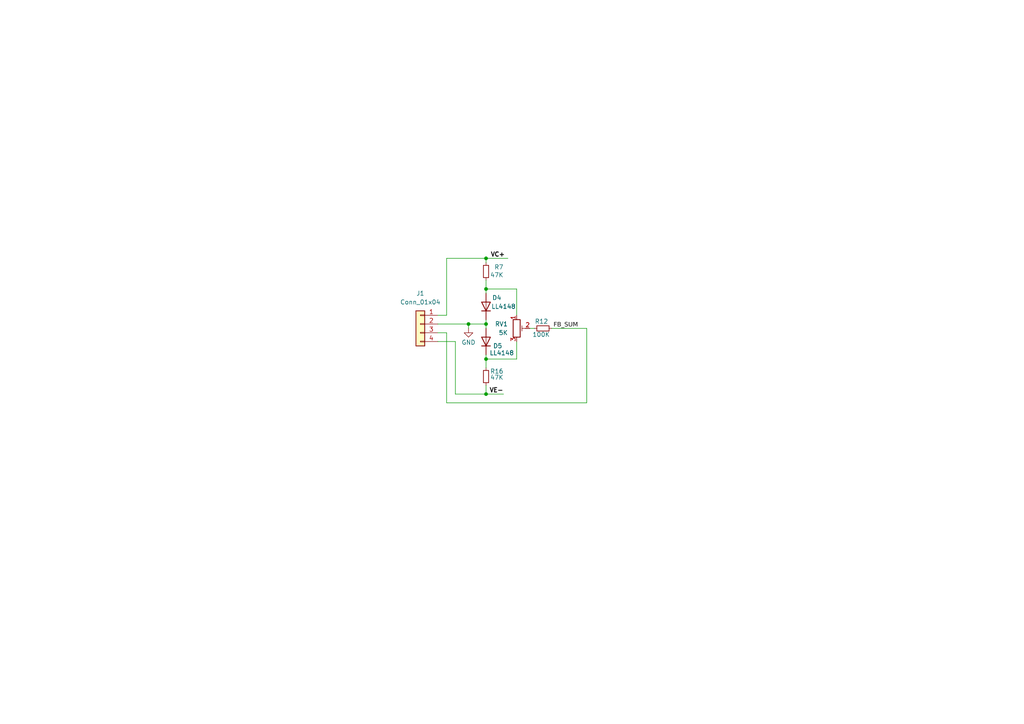
<source format=kicad_sch>
(kicad_sch
	(version 20250114)
	(generator "eeschema")
	(generator_version "9.0")
	(uuid "bf1fc8ef-365d-4d0a-aa82-824083371984")
	(paper "A4")
	(lib_symbols
		(symbol "Connector_Generic:Conn_01x04"
			(pin_names
				(offset 1.016)
				(hide yes)
			)
			(exclude_from_sim no)
			(in_bom yes)
			(on_board yes)
			(property "Reference" "J"
				(at 0 5.08 0)
				(effects
					(font
						(size 1.27 1.27)
					)
				)
			)
			(property "Value" "Conn_01x04"
				(at 0 -7.62 0)
				(effects
					(font
						(size 1.27 1.27)
					)
				)
			)
			(property "Footprint" ""
				(at 0 0 0)
				(effects
					(font
						(size 1.27 1.27)
					)
					(hide yes)
				)
			)
			(property "Datasheet" "~"
				(at 0 0 0)
				(effects
					(font
						(size 1.27 1.27)
					)
					(hide yes)
				)
			)
			(property "Description" "Generic connector, single row, 01x04, script generated (kicad-library-utils/schlib/autogen/connector/)"
				(at 0 0 0)
				(effects
					(font
						(size 1.27 1.27)
					)
					(hide yes)
				)
			)
			(property "ki_keywords" "connector"
				(at 0 0 0)
				(effects
					(font
						(size 1.27 1.27)
					)
					(hide yes)
				)
			)
			(property "ki_fp_filters" "Connector*:*_1x??_*"
				(at 0 0 0)
				(effects
					(font
						(size 1.27 1.27)
					)
					(hide yes)
				)
			)
			(symbol "Conn_01x04_1_1"
				(rectangle
					(start -1.27 3.81)
					(end 1.27 -6.35)
					(stroke
						(width 0.254)
						(type default)
					)
					(fill
						(type background)
					)
				)
				(rectangle
					(start -1.27 2.667)
					(end 0 2.413)
					(stroke
						(width 0.1524)
						(type default)
					)
					(fill
						(type none)
					)
				)
				(rectangle
					(start -1.27 0.127)
					(end 0 -0.127)
					(stroke
						(width 0.1524)
						(type default)
					)
					(fill
						(type none)
					)
				)
				(rectangle
					(start -1.27 -2.413)
					(end 0 -2.667)
					(stroke
						(width 0.1524)
						(type default)
					)
					(fill
						(type none)
					)
				)
				(rectangle
					(start -1.27 -4.953)
					(end 0 -5.207)
					(stroke
						(width 0.1524)
						(type default)
					)
					(fill
						(type none)
					)
				)
				(pin passive line
					(at -5.08 2.54 0)
					(length 3.81)
					(name "Pin_1"
						(effects
							(font
								(size 1.27 1.27)
							)
						)
					)
					(number "1"
						(effects
							(font
								(size 1.27 1.27)
							)
						)
					)
				)
				(pin passive line
					(at -5.08 0 0)
					(length 3.81)
					(name "Pin_2"
						(effects
							(font
								(size 1.27 1.27)
							)
						)
					)
					(number "2"
						(effects
							(font
								(size 1.27 1.27)
							)
						)
					)
				)
				(pin passive line
					(at -5.08 -2.54 0)
					(length 3.81)
					(name "Pin_3"
						(effects
							(font
								(size 1.27 1.27)
							)
						)
					)
					(number "3"
						(effects
							(font
								(size 1.27 1.27)
							)
						)
					)
				)
				(pin passive line
					(at -5.08 -5.08 0)
					(length 3.81)
					(name "Pin_4"
						(effects
							(font
								(size 1.27 1.27)
							)
						)
					)
					(number "4"
						(effects
							(font
								(size 1.27 1.27)
							)
						)
					)
				)
			)
			(embedded_fonts no)
		)
		(symbol "Device:R_Potentiometer_Trim"
			(pin_names
				(offset 1.016)
				(hide yes)
			)
			(exclude_from_sim no)
			(in_bom yes)
			(on_board yes)
			(property "Reference" "RV"
				(at -4.445 0 90)
				(effects
					(font
						(size 1.27 1.27)
					)
				)
			)
			(property "Value" "R_Potentiometer_Trim"
				(at -2.54 0 90)
				(effects
					(font
						(size 1.27 1.27)
					)
				)
			)
			(property "Footprint" ""
				(at 0 0 0)
				(effects
					(font
						(size 1.27 1.27)
					)
					(hide yes)
				)
			)
			(property "Datasheet" "~"
				(at 0 0 0)
				(effects
					(font
						(size 1.27 1.27)
					)
					(hide yes)
				)
			)
			(property "Description" "Trim-potentiometer"
				(at 0 0 0)
				(effects
					(font
						(size 1.27 1.27)
					)
					(hide yes)
				)
			)
			(property "ki_keywords" "resistor variable trimpot trimmer"
				(at 0 0 0)
				(effects
					(font
						(size 1.27 1.27)
					)
					(hide yes)
				)
			)
			(property "ki_fp_filters" "Potentiometer*"
				(at 0 0 0)
				(effects
					(font
						(size 1.27 1.27)
					)
					(hide yes)
				)
			)
			(symbol "R_Potentiometer_Trim_0_1"
				(rectangle
					(start 1.016 2.54)
					(end -1.016 -2.54)
					(stroke
						(width 0.254)
						(type default)
					)
					(fill
						(type none)
					)
				)
				(polyline
					(pts
						(xy 1.524 0.762) (xy 1.524 -0.762)
					)
					(stroke
						(width 0)
						(type default)
					)
					(fill
						(type none)
					)
				)
				(polyline
					(pts
						(xy 2.54 0) (xy 1.524 0)
					)
					(stroke
						(width 0)
						(type default)
					)
					(fill
						(type none)
					)
				)
			)
			(symbol "R_Potentiometer_Trim_1_1"
				(pin passive line
					(at 0 3.81 270)
					(length 1.27)
					(name "1"
						(effects
							(font
								(size 1.27 1.27)
							)
						)
					)
					(number "1"
						(effects
							(font
								(size 1.27 1.27)
							)
						)
					)
				)
				(pin passive line
					(at 0 -3.81 90)
					(length 1.27)
					(name "3"
						(effects
							(font
								(size 1.27 1.27)
							)
						)
					)
					(number "3"
						(effects
							(font
								(size 1.27 1.27)
							)
						)
					)
				)
				(pin passive line
					(at 3.81 0 180)
					(length 1.27)
					(name "2"
						(effects
							(font
								(size 1.27 1.27)
							)
						)
					)
					(number "2"
						(effects
							(font
								(size 1.27 1.27)
							)
						)
					)
				)
			)
			(embedded_fonts no)
		)
		(symbol "Device:R_Small"
			(pin_numbers
				(hide yes)
			)
			(pin_names
				(offset 0.254)
				(hide yes)
			)
			(exclude_from_sim no)
			(in_bom yes)
			(on_board yes)
			(property "Reference" "R"
				(at 0.762 0.508 0)
				(effects
					(font
						(size 1.27 1.27)
					)
					(justify left)
				)
			)
			(property "Value" "R_Small"
				(at 0.762 -1.016 0)
				(effects
					(font
						(size 1.27 1.27)
					)
					(justify left)
				)
			)
			(property "Footprint" ""
				(at 0 0 0)
				(effects
					(font
						(size 1.27 1.27)
					)
					(hide yes)
				)
			)
			(property "Datasheet" "~"
				(at 0 0 0)
				(effects
					(font
						(size 1.27 1.27)
					)
					(hide yes)
				)
			)
			(property "Description" "Resistor, small symbol"
				(at 0 0 0)
				(effects
					(font
						(size 1.27 1.27)
					)
					(hide yes)
				)
			)
			(property "ki_keywords" "R resistor"
				(at 0 0 0)
				(effects
					(font
						(size 1.27 1.27)
					)
					(hide yes)
				)
			)
			(property "ki_fp_filters" "R_*"
				(at 0 0 0)
				(effects
					(font
						(size 1.27 1.27)
					)
					(hide yes)
				)
			)
			(symbol "R_Small_0_1"
				(rectangle
					(start -0.762 1.778)
					(end 0.762 -1.778)
					(stroke
						(width 0.2032)
						(type default)
					)
					(fill
						(type none)
					)
				)
			)
			(symbol "R_Small_1_1"
				(pin passive line
					(at 0 2.54 270)
					(length 0.762)
					(name "~"
						(effects
							(font
								(size 1.27 1.27)
							)
						)
					)
					(number "1"
						(effects
							(font
								(size 1.27 1.27)
							)
						)
					)
				)
				(pin passive line
					(at 0 -2.54 90)
					(length 0.762)
					(name "~"
						(effects
							(font
								(size 1.27 1.27)
							)
						)
					)
					(number "2"
						(effects
							(font
								(size 1.27 1.27)
							)
						)
					)
				)
			)
			(embedded_fonts no)
		)
		(symbol "Diode:LL4148"
			(pin_numbers
				(hide yes)
			)
			(pin_names
				(hide yes)
			)
			(exclude_from_sim no)
			(in_bom yes)
			(on_board yes)
			(property "Reference" "D"
				(at 0 2.54 0)
				(effects
					(font
						(size 1.27 1.27)
					)
				)
			)
			(property "Value" "LL4148"
				(at 0 -2.54 0)
				(effects
					(font
						(size 1.27 1.27)
					)
				)
			)
			(property "Footprint" "Diode_SMD:D_MiniMELF"
				(at 0 -4.445 0)
				(effects
					(font
						(size 1.27 1.27)
					)
					(hide yes)
				)
			)
			(property "Datasheet" "http://www.vishay.com/docs/85557/ll4148.pdf"
				(at 0 0 0)
				(effects
					(font
						(size 1.27 1.27)
					)
					(hide yes)
				)
			)
			(property "Description" "100V 0.15A standard switching diode, MiniMELF"
				(at 0 0 0)
				(effects
					(font
						(size 1.27 1.27)
					)
					(hide yes)
				)
			)
			(property "Sim.Device" "D"
				(at 0 0 0)
				(effects
					(font
						(size 1.27 1.27)
					)
					(hide yes)
				)
			)
			(property "Sim.Pins" "1=K 2=A"
				(at 0 0 0)
				(effects
					(font
						(size 1.27 1.27)
					)
					(hide yes)
				)
			)
			(property "ki_keywords" "diode"
				(at 0 0 0)
				(effects
					(font
						(size 1.27 1.27)
					)
					(hide yes)
				)
			)
			(property "ki_fp_filters" "D*MiniMELF*"
				(at 0 0 0)
				(effects
					(font
						(size 1.27 1.27)
					)
					(hide yes)
				)
			)
			(symbol "LL4148_0_1"
				(polyline
					(pts
						(xy -1.27 1.27) (xy -1.27 -1.27)
					)
					(stroke
						(width 0.254)
						(type default)
					)
					(fill
						(type none)
					)
				)
				(polyline
					(pts
						(xy 1.27 1.27) (xy 1.27 -1.27) (xy -1.27 0) (xy 1.27 1.27)
					)
					(stroke
						(width 0.254)
						(type default)
					)
					(fill
						(type none)
					)
				)
				(polyline
					(pts
						(xy 1.27 0) (xy -1.27 0)
					)
					(stroke
						(width 0)
						(type default)
					)
					(fill
						(type none)
					)
				)
			)
			(symbol "LL4148_1_1"
				(pin passive line
					(at -3.81 0 0)
					(length 2.54)
					(name "K"
						(effects
							(font
								(size 1.27 1.27)
							)
						)
					)
					(number "1"
						(effects
							(font
								(size 1.27 1.27)
							)
						)
					)
				)
				(pin passive line
					(at 3.81 0 180)
					(length 2.54)
					(name "A"
						(effects
							(font
								(size 1.27 1.27)
							)
						)
					)
					(number "2"
						(effects
							(font
								(size 1.27 1.27)
							)
						)
					)
				)
			)
			(embedded_fonts no)
		)
		(symbol "power:GND"
			(power)
			(pin_names
				(offset 0)
			)
			(exclude_from_sim no)
			(in_bom yes)
			(on_board yes)
			(property "Reference" "#PWR"
				(at 0 -6.35 0)
				(effects
					(font
						(size 1.27 1.27)
					)
					(hide yes)
				)
			)
			(property "Value" "GND"
				(at 0 -3.81 0)
				(effects
					(font
						(size 1.27 1.27)
					)
				)
			)
			(property "Footprint" ""
				(at 0 0 0)
				(effects
					(font
						(size 1.27 1.27)
					)
					(hide yes)
				)
			)
			(property "Datasheet" ""
				(at 0 0 0)
				(effects
					(font
						(size 1.27 1.27)
					)
					(hide yes)
				)
			)
			(property "Description" "Power symbol creates a global label with name \"GND\" , ground"
				(at 0 0 0)
				(effects
					(font
						(size 1.27 1.27)
					)
					(hide yes)
				)
			)
			(property "ki_keywords" "global power"
				(at 0 0 0)
				(effects
					(font
						(size 1.27 1.27)
					)
					(hide yes)
				)
			)
			(symbol "GND_0_1"
				(polyline
					(pts
						(xy 0 0) (xy 0 -1.27) (xy 1.27 -1.27) (xy 0 -2.54) (xy -1.27 -1.27) (xy 0 -1.27)
					)
					(stroke
						(width 0)
						(type default)
					)
					(fill
						(type none)
					)
				)
			)
			(symbol "GND_1_1"
				(pin power_in line
					(at 0 0 270)
					(length 0)
					(hide yes)
					(name "GND"
						(effects
							(font
								(size 1.27 1.27)
							)
						)
					)
					(number "1"
						(effects
							(font
								(size 1.27 1.27)
							)
						)
					)
				)
			)
			(embedded_fonts no)
		)
	)
	(junction
		(at 140.97 83.82)
		(diameter 0)
		(color 0 0 0 0)
		(uuid "85b1595b-5eeb-4a90-87c1-49f208e584b4")
	)
	(junction
		(at 140.97 74.93)
		(diameter 0)
		(color 0 0 0 0)
		(uuid "9a5c532c-13a2-4754-b03b-0f2e20e6ca64")
	)
	(junction
		(at 140.97 114.3)
		(diameter 0)
		(color 0 0 0 0)
		(uuid "a28eaca7-80da-44b1-875a-ac9b05b5cd53")
	)
	(junction
		(at 140.97 104.14)
		(diameter 0)
		(color 0 0 0 0)
		(uuid "a8df6278-4016-4aab-9f92-5f99ce1fc799")
	)
	(junction
		(at 140.97 93.98)
		(diameter 0)
		(color 0 0 0 0)
		(uuid "b8e57cf3-9495-4c62-93fb-bec97d02b55b")
	)
	(junction
		(at 135.89 93.98)
		(diameter 0)
		(color 0 0 0 0)
		(uuid "d5afe91f-1371-4f12-bd0e-ee695b4a4aff")
	)
	(wire
		(pts
			(xy 153.67 95.25) (xy 154.94 95.25)
		)
		(stroke
			(width 0)
			(type default)
		)
		(uuid "00795f9b-4dd2-4b22-9676-c30a8dfef362")
	)
	(wire
		(pts
			(xy 140.97 104.14) (xy 140.97 106.68)
		)
		(stroke
			(width 0)
			(type default)
		)
		(uuid "0d048fe5-9402-4a3c-beff-984886f57e62")
	)
	(wire
		(pts
			(xy 132.08 99.06) (xy 132.08 114.3)
		)
		(stroke
			(width 0)
			(type default)
		)
		(uuid "0d4adea2-a619-49f8-b34b-530b45987b26")
	)
	(wire
		(pts
			(xy 132.08 114.3) (xy 140.97 114.3)
		)
		(stroke
			(width 0)
			(type default)
		)
		(uuid "0e425e21-b5fa-42ac-9e70-21feff7258ea")
	)
	(wire
		(pts
			(xy 135.89 93.98) (xy 140.97 93.98)
		)
		(stroke
			(width 0)
			(type default)
		)
		(uuid "0f01a353-3a04-4621-b2df-8d39cab71542")
	)
	(wire
		(pts
			(xy 140.97 83.82) (xy 140.97 85.09)
		)
		(stroke
			(width 0)
			(type default)
		)
		(uuid "1f298196-f27c-41a6-ae8b-28da17998ab1")
	)
	(wire
		(pts
			(xy 140.97 92.71) (xy 140.97 93.98)
		)
		(stroke
			(width 0)
			(type default)
		)
		(uuid "34b49d2e-e570-4948-a139-a114264fdccc")
	)
	(wire
		(pts
			(xy 129.54 96.52) (xy 129.54 116.84)
		)
		(stroke
			(width 0)
			(type default)
		)
		(uuid "40cda1be-47df-4231-a35b-85fa8b11b86b")
	)
	(wire
		(pts
			(xy 140.97 81.28) (xy 140.97 83.82)
		)
		(stroke
			(width 0)
			(type default)
		)
		(uuid "422e7adc-a3be-43d5-83ea-d00f7b275505")
	)
	(wire
		(pts
			(xy 147.32 74.93) (xy 140.97 74.93)
		)
		(stroke
			(width 0)
			(type default)
		)
		(uuid "530f1a13-6605-467d-9281-e713af148dee")
	)
	(wire
		(pts
			(xy 170.18 116.84) (xy 170.18 95.25)
		)
		(stroke
			(width 0)
			(type default)
		)
		(uuid "62842db9-292c-4127-8dbc-7d6d3af304b0")
	)
	(wire
		(pts
			(xy 129.54 91.44) (xy 129.54 74.93)
		)
		(stroke
			(width 0)
			(type default)
		)
		(uuid "694b5542-c9de-4d82-bd78-73e7cf0614cf")
	)
	(wire
		(pts
			(xy 127 96.52) (xy 129.54 96.52)
		)
		(stroke
			(width 0)
			(type default)
		)
		(uuid "7d5ce073-c270-42e5-b4cf-0fb0cc88ad57")
	)
	(wire
		(pts
			(xy 135.89 95.25) (xy 135.89 93.98)
		)
		(stroke
			(width 0)
			(type default)
		)
		(uuid "7eb37f15-0371-4869-8f77-d04637c4fb8e")
	)
	(wire
		(pts
			(xy 140.97 74.93) (xy 140.97 76.2)
		)
		(stroke
			(width 0)
			(type default)
		)
		(uuid "88b6d73c-192c-4782-becf-aba8b59dbdb0")
	)
	(wire
		(pts
			(xy 127 91.44) (xy 129.54 91.44)
		)
		(stroke
			(width 0)
			(type default)
		)
		(uuid "9ac2e9b4-0e9d-4d1a-a054-dce2765d02fa")
	)
	(wire
		(pts
			(xy 129.54 116.84) (xy 170.18 116.84)
		)
		(stroke
			(width 0)
			(type default)
		)
		(uuid "ac4717a8-4140-47ce-8eea-a491ddadfe8a")
	)
	(wire
		(pts
			(xy 140.97 114.3) (xy 140.97 111.76)
		)
		(stroke
			(width 0)
			(type default)
		)
		(uuid "b5efca0f-631c-4b90-9a7a-ac4d207d93fb")
	)
	(wire
		(pts
			(xy 140.97 102.87) (xy 140.97 104.14)
		)
		(stroke
			(width 0)
			(type default)
		)
		(uuid "b9eab08b-6518-4be5-a724-6b3fac60439d")
	)
	(wire
		(pts
			(xy 140.97 93.98) (xy 140.97 95.25)
		)
		(stroke
			(width 0)
			(type default)
		)
		(uuid "ba5446f7-f21a-49c5-bd25-1f4330b1fd26")
	)
	(wire
		(pts
			(xy 149.86 83.82) (xy 140.97 83.82)
		)
		(stroke
			(width 0)
			(type default)
		)
		(uuid "c1dc3d14-fbc7-44ae-9ae1-694cbb48ca63")
	)
	(wire
		(pts
			(xy 149.86 91.44) (xy 149.86 83.82)
		)
		(stroke
			(width 0)
			(type default)
		)
		(uuid "caf2a8d8-ff09-4ad3-8373-7590771248bd")
	)
	(wire
		(pts
			(xy 149.86 104.14) (xy 140.97 104.14)
		)
		(stroke
			(width 0)
			(type default)
		)
		(uuid "db37fab4-011a-42d1-8b4b-dd5056cd747b")
	)
	(wire
		(pts
			(xy 127 99.06) (xy 132.08 99.06)
		)
		(stroke
			(width 0)
			(type default)
		)
		(uuid "e1ce3e1a-b97f-407b-9e92-53dabbe67a99")
	)
	(wire
		(pts
			(xy 146.05 114.3) (xy 140.97 114.3)
		)
		(stroke
			(width 0)
			(type default)
		)
		(uuid "e969b96f-04f6-4dda-9254-ffb4617cbc0b")
	)
	(wire
		(pts
			(xy 129.54 74.93) (xy 140.97 74.93)
		)
		(stroke
			(width 0)
			(type default)
		)
		(uuid "e9868ed1-8037-437e-8a48-35e0d73d798d")
	)
	(wire
		(pts
			(xy 127 93.98) (xy 135.89 93.98)
		)
		(stroke
			(width 0)
			(type default)
		)
		(uuid "e9d6fa78-5aca-461a-8e28-b1dbaabe20ca")
	)
	(wire
		(pts
			(xy 149.86 99.06) (xy 149.86 104.14)
		)
		(stroke
			(width 0)
			(type default)
		)
		(uuid "eab61aa4-33e9-4a71-b034-aca96246ac98")
	)
	(wire
		(pts
			(xy 160.02 95.25) (xy 170.18 95.25)
		)
		(stroke
			(width 0)
			(type default)
		)
		(uuid "fbf45bae-f838-457e-a638-5f37f991c542")
	)
	(label "FB_SUM"
		(at 167.64 95.25 180)
		(effects
			(font
				(face "Arial")
				(size 1.27 1.27)
			)
			(justify right bottom)
		)
		(uuid "1d0d3b01-bb0f-495d-aa3d-c758bad82ba7")
	)
	(label "VE-"
		(at 146.05 114.3 180)
		(effects
			(font
				(size 1.27 1.27)
				(thickness 0.254)
				(bold yes)
			)
			(justify right bottom)
		)
		(uuid "ea95c1ca-b2c5-4ba7-bbda-c2c0455ab120")
	)
	(label "VC+"
		(at 142.24 74.93 0)
		(effects
			(font
				(size 1.27 1.27)
				(thickness 0.254)
				(bold yes)
			)
			(justify left bottom)
		)
		(uuid "f31d47bb-d1ef-4d93-bbf5-6ac826b13afc")
	)
	(symbol
		(lib_id "Device:R_Small")
		(at 157.48 95.25 90)
		(unit 1)
		(exclude_from_sim no)
		(in_bom yes)
		(on_board yes)
		(dnp no)
		(uuid "042bdeb0-821b-4512-b687-b43240029723")
		(property "Reference" "R12"
			(at 159.004 93.218 90)
			(effects
				(font
					(size 1.27 1.27)
				)
				(justify left)
			)
		)
		(property "Value" "100K"
			(at 159.512 97.028 90)
			(effects
				(font
					(size 1.27 1.27)
				)
				(justify left)
			)
		)
		(property "Footprint" "Resistor_SMD:R_1206_3216Metric_Pad1.30x1.75mm_HandSolder"
			(at 157.48 95.25 0)
			(effects
				(font
					(size 1.27 1.27)
				)
				(hide yes)
			)
		)
		(property "Datasheet" "~"
			(at 157.48 95.25 0)
			(effects
				(font
					(size 1.27 1.27)
				)
				(hide yes)
			)
		)
		(property "Description" ""
			(at 157.48 95.25 0)
			(effects
				(font
					(size 1.27 1.27)
				)
				(hide yes)
			)
		)
		(pin "1"
			(uuid "ad2e1789-4459-468a-849b-d628c17519ed")
		)
		(pin "2"
			(uuid "1875672b-2fc2-473c-9003-fd26bf4d68bf")
		)
		(instances
			(project "Offset_adj"
				(path "/bf1fc8ef-365d-4d0a-aa82-824083371984"
					(reference "R12")
					(unit 1)
				)
			)
		)
	)
	(symbol
		(lib_id "Diode:LL4148")
		(at 140.97 88.9 90)
		(unit 1)
		(exclude_from_sim no)
		(in_bom yes)
		(on_board yes)
		(dnp no)
		(uuid "0902a277-6d9e-415c-bcfb-c9e87c0fbcc7")
		(property "Reference" "D4"
			(at 142.748 86.36 90)
			(effects
				(font
					(size 1.27 1.27)
				)
				(justify right)
			)
		)
		(property "Value" "LL4148"
			(at 142.494 88.9 90)
			(effects
				(font
					(size 1.27 1.27)
				)
				(justify right)
			)
		)
		(property "Footprint" "Diode_SMD:D_MiniMELF"
			(at 145.415 88.9 0)
			(effects
				(font
					(size 1.27 1.27)
				)
				(hide yes)
			)
		)
		(property "Datasheet" "http://www.vishay.com/docs/85557/ll4148.pdf"
			(at 140.97 88.9 0)
			(effects
				(font
					(size 1.27 1.27)
				)
				(hide yes)
			)
		)
		(property "Description" "100V 0.15A standard switching diode, MiniMELF"
			(at 140.97 88.9 0)
			(effects
				(font
					(size 1.27 1.27)
				)
				(hide yes)
			)
		)
		(property "Sim.Device" "D"
			(at 140.97 88.9 0)
			(effects
				(font
					(size 1.27 1.27)
				)
				(hide yes)
			)
		)
		(property "Sim.Pins" "1=K 2=A"
			(at 140.97 88.9 0)
			(effects
				(font
					(size 1.27 1.27)
				)
				(hide yes)
			)
		)
		(pin "1"
			(uuid "a1dc38e3-a363-48f0-b14b-a5b1eee7ae66")
		)
		(pin "2"
			(uuid "c43f098b-e26a-4302-87ce-5bc39c1dff60")
		)
		(instances
			(project "Offset_adj"
				(path "/bf1fc8ef-365d-4d0a-aa82-824083371984"
					(reference "D4")
					(unit 1)
				)
			)
		)
	)
	(symbol
		(lib_id "Device:R_Small")
		(at 140.97 78.74 180)
		(unit 1)
		(exclude_from_sim no)
		(in_bom yes)
		(on_board yes)
		(dnp no)
		(uuid "2af2b93e-d7d1-4617-82ac-1702370a9118")
		(property "Reference" "R7"
			(at 146.05 77.47 0)
			(effects
				(font
					(size 1.27 1.27)
				)
				(justify left)
			)
		)
		(property "Value" "47K"
			(at 146.05 79.756 0)
			(effects
				(font
					(size 1.27 1.27)
				)
				(justify left)
			)
		)
		(property "Footprint" "Resistor_SMD:R_1206_3216Metric_Pad1.30x1.75mm_HandSolder"
			(at 140.97 78.74 0)
			(effects
				(font
					(size 1.27 1.27)
				)
				(hide yes)
			)
		)
		(property "Datasheet" "~"
			(at 140.97 78.74 0)
			(effects
				(font
					(size 1.27 1.27)
				)
				(hide yes)
			)
		)
		(property "Description" ""
			(at 140.97 78.74 0)
			(effects
				(font
					(size 1.27 1.27)
				)
				(hide yes)
			)
		)
		(pin "1"
			(uuid "f93a1e0f-405a-46db-bd37-423a807e6855")
		)
		(pin "2"
			(uuid "0721be7d-8601-494d-87d4-c634fa21645e")
		)
		(instances
			(project "Offset_adj"
				(path "/bf1fc8ef-365d-4d0a-aa82-824083371984"
					(reference "R7")
					(unit 1)
				)
			)
		)
	)
	(symbol
		(lib_id "Diode:LL4148")
		(at 140.97 99.06 90)
		(unit 1)
		(exclude_from_sim no)
		(in_bom yes)
		(on_board yes)
		(dnp no)
		(uuid "44d0f4d8-c749-4fc7-a9c4-65fe0501890c")
		(property "Reference" "D5"
			(at 143.002 100.33 90)
			(effects
				(font
					(size 1.27 1.27)
				)
				(justify right)
			)
		)
		(property "Value" "LL4148"
			(at 141.986 102.362 90)
			(effects
				(font
					(size 1.27 1.27)
				)
				(justify right)
			)
		)
		(property "Footprint" "Diode_SMD:D_MiniMELF"
			(at 145.415 99.06 0)
			(effects
				(font
					(size 1.27 1.27)
				)
				(hide yes)
			)
		)
		(property "Datasheet" "http://www.vishay.com/docs/85557/ll4148.pdf"
			(at 140.97 99.06 0)
			(effects
				(font
					(size 1.27 1.27)
				)
				(hide yes)
			)
		)
		(property "Description" "100V 0.15A standard switching diode, MiniMELF"
			(at 140.97 99.06 0)
			(effects
				(font
					(size 1.27 1.27)
				)
				(hide yes)
			)
		)
		(property "Sim.Device" "D"
			(at 140.97 99.06 0)
			(effects
				(font
					(size 1.27 1.27)
				)
				(hide yes)
			)
		)
		(property "Sim.Pins" "1=K 2=A"
			(at 140.97 99.06 0)
			(effects
				(font
					(size 1.27 1.27)
				)
				(hide yes)
			)
		)
		(pin "1"
			(uuid "0dade921-261c-4f89-86c6-eed881a6ce7a")
		)
		(pin "2"
			(uuid "5eb77dcc-75c0-40e1-9195-5bafda331b81")
		)
		(instances
			(project "Offset_adj"
				(path "/bf1fc8ef-365d-4d0a-aa82-824083371984"
					(reference "D5")
					(unit 1)
				)
			)
		)
	)
	(symbol
		(lib_id "Device:R_Potentiometer_Trim")
		(at 149.86 95.25 0)
		(unit 1)
		(exclude_from_sim no)
		(in_bom yes)
		(on_board yes)
		(dnp no)
		(fields_autoplaced yes)
		(uuid "54694d15-7f00-48ec-a5cb-a9cb67bf21ca")
		(property "Reference" "RV1"
			(at 147.32 93.98 0)
			(effects
				(font
					(size 1.27 1.27)
				)
				(justify right)
			)
		)
		(property "Value" "5K"
			(at 147.32 96.52 0)
			(effects
				(font
					(size 1.27 1.27)
				)
				(justify right)
			)
		)
		(property "Footprint" "Potentiometer_THT:Potentiometer_Bourns_3296X_Horizontal"
			(at 149.86 95.25 0)
			(effects
				(font
					(size 1.27 1.27)
				)
				(hide yes)
			)
		)
		(property "Datasheet" "~"
			(at 149.86 95.25 0)
			(effects
				(font
					(size 1.27 1.27)
				)
				(hide yes)
			)
		)
		(property "Description" ""
			(at 149.86 95.25 0)
			(effects
				(font
					(size 1.27 1.27)
				)
				(hide yes)
			)
		)
		(pin "2"
			(uuid "47cf1e5e-c65d-4b14-8e68-31aacbab6d93")
		)
		(pin "3"
			(uuid "1fa276cc-3dfb-4b75-b981-2ea2ebb9bdbd")
		)
		(pin "1"
			(uuid "fafc6fc1-e08c-4aff-95c6-139a3ce7a6e7")
		)
		(instances
			(project "Offset_adj"
				(path "/bf1fc8ef-365d-4d0a-aa82-824083371984"
					(reference "RV1")
					(unit 1)
				)
			)
		)
	)
	(symbol
		(lib_id "Device:R_Small")
		(at 140.97 109.22 180)
		(unit 1)
		(exclude_from_sim no)
		(in_bom yes)
		(on_board yes)
		(dnp no)
		(uuid "a7a80312-6779-489b-952c-b86d7d38c699")
		(property "Reference" "R16"
			(at 146.05 107.696 0)
			(effects
				(font
					(size 1.27 1.27)
				)
				(justify left)
			)
		)
		(property "Value" "47K"
			(at 146.05 109.474 0)
			(effects
				(font
					(size 1.27 1.27)
				)
				(justify left)
			)
		)
		(property "Footprint" "Resistor_SMD:R_1206_3216Metric_Pad1.30x1.75mm_HandSolder"
			(at 140.97 109.22 0)
			(effects
				(font
					(size 1.27 1.27)
				)
				(hide yes)
			)
		)
		(property "Datasheet" "~"
			(at 140.97 109.22 0)
			(effects
				(font
					(size 1.27 1.27)
				)
				(hide yes)
			)
		)
		(property "Description" ""
			(at 140.97 109.22 0)
			(effects
				(font
					(size 1.27 1.27)
				)
				(hide yes)
			)
		)
		(pin "1"
			(uuid "715dc578-ba73-4832-bbb5-5df067394ccd")
		)
		(pin "2"
			(uuid "54aaa1a4-7240-456b-ba0c-47f5032a9b7b")
		)
		(instances
			(project "Offset_adj"
				(path "/bf1fc8ef-365d-4d0a-aa82-824083371984"
					(reference "R16")
					(unit 1)
				)
			)
		)
	)
	(symbol
		(lib_id "Connector_Generic:Conn_01x04")
		(at 121.92 93.98 0)
		(mirror y)
		(unit 1)
		(exclude_from_sim no)
		(in_bom yes)
		(on_board yes)
		(dnp no)
		(fields_autoplaced yes)
		(uuid "bafe60f2-9f32-4dc6-96a3-6153c04030ff")
		(property "Reference" "J1"
			(at 121.92 85.09 0)
			(effects
				(font
					(size 1.27 1.27)
				)
			)
		)
		(property "Value" "Conn_01x04"
			(at 121.92 87.63 0)
			(effects
				(font
					(size 1.27 1.27)
				)
			)
		)
		(property "Footprint" "Connector_JST:JST_EH_B4B-EH-A_1x04_P2.50mm_Vertical"
			(at 121.92 93.98 0)
			(effects
				(font
					(size 1.27 1.27)
				)
				(hide yes)
			)
		)
		(property "Datasheet" "~"
			(at 121.92 93.98 0)
			(effects
				(font
					(size 1.27 1.27)
				)
				(hide yes)
			)
		)
		(property "Description" "Generic connector, single row, 01x04, script generated (kicad-library-utils/schlib/autogen/connector/)"
			(at 121.92 93.98 0)
			(effects
				(font
					(size 1.27 1.27)
				)
				(hide yes)
			)
		)
		(pin "3"
			(uuid "94673776-ddc5-4e72-8cb9-7fd240b25849")
		)
		(pin "4"
			(uuid "beaa4b52-6b23-424e-abb7-6f187d0c5fcb")
		)
		(pin "1"
			(uuid "0f596c3b-bd8f-4ec6-a57b-05137fd5f77f")
		)
		(pin "2"
			(uuid "d3dbffa4-1409-47b2-8826-9ed0b961f6d0")
		)
		(instances
			(project ""
				(path "/bf1fc8ef-365d-4d0a-aa82-824083371984"
					(reference "J1")
					(unit 1)
				)
			)
		)
	)
	(symbol
		(lib_id "power:GND")
		(at 135.89 95.25 0)
		(unit 1)
		(exclude_from_sim no)
		(in_bom yes)
		(on_board yes)
		(dnp no)
		(uuid "f4c3a49f-2d65-410b-baea-cdb7660908aa")
		(property "Reference" "#PWR08"
			(at 135.89 101.6 0)
			(effects
				(font
					(size 1.27 1.27)
				)
				(hide yes)
			)
		)
		(property "Value" "GND"
			(at 135.89 99.314 0)
			(effects
				(font
					(size 1.27 1.27)
				)
			)
		)
		(property "Footprint" ""
			(at 135.89 95.25 0)
			(effects
				(font
					(size 1.27 1.27)
				)
				(hide yes)
			)
		)
		(property "Datasheet" ""
			(at 135.89 95.25 0)
			(effects
				(font
					(size 1.27 1.27)
				)
				(hide yes)
			)
		)
		(property "Description" ""
			(at 135.89 95.25 0)
			(effects
				(font
					(size 1.27 1.27)
				)
				(hide yes)
			)
		)
		(pin "1"
			(uuid "ccf24cc4-19cc-4a64-b5c6-3efe5b23ef70")
		)
		(instances
			(project "Offset_adj"
				(path "/bf1fc8ef-365d-4d0a-aa82-824083371984"
					(reference "#PWR08")
					(unit 1)
				)
			)
		)
	)
	(sheet_instances
		(path "/"
			(page "1")
		)
	)
	(embedded_fonts no)
)

</source>
